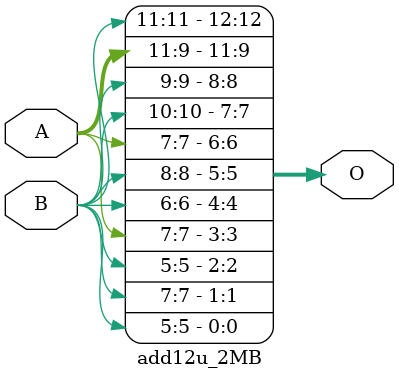
<source format=v>
module add12u_2MB(	// /tmp/tmp.v78piTRbd3/27948_evoapproxlib_adders_12_unsigned_pareto_pwr_wce_add12u_2MB.cleaned.mlir:2:3
  input  [11:0] A,	// /tmp/tmp.v78piTRbd3/27948_evoapproxlib_adders_12_unsigned_pareto_pwr_wce_add12u_2MB.cleaned.mlir:2:28
                B,	// /tmp/tmp.v78piTRbd3/27948_evoapproxlib_adders_12_unsigned_pareto_pwr_wce_add12u_2MB.cleaned.mlir:2:41
  output [12:0] O	// /tmp/tmp.v78piTRbd3/27948_evoapproxlib_adders_12_unsigned_pareto_pwr_wce_add12u_2MB.cleaned.mlir:2:55
);

  assign O = {B[11], A[11:9], B[9], B[10], A[7], B[8], B[6], A[7], B[5], B[7], B[5]};	// /tmp/tmp.v78piTRbd3/27948_evoapproxlib_adders_12_unsigned_pareto_pwr_wce_add12u_2MB.cleaned.mlir:3:10, :4:10, :5:10, :6:10, :7:10, :8:10, :9:10, :10:10, :11:10, :12:10, :13:5
endmodule


</source>
